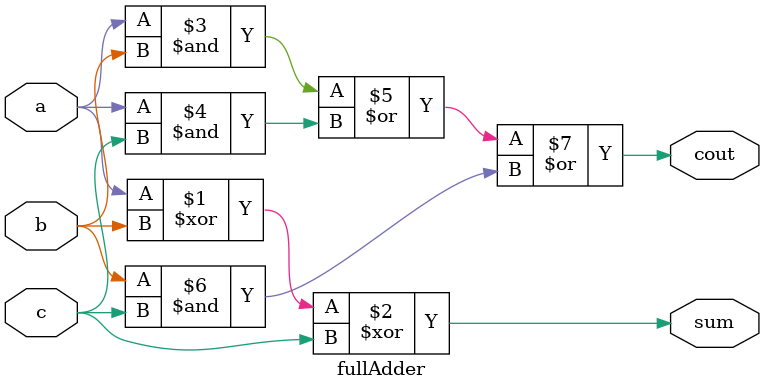
<source format=v>
`timescale 1ns / 1ps

module carry_prop_adder (
    input  [16:0] in1,
    input  [16:0] in2,
    output [16:0] sum
);
  wire [17:0] in3;
  assign in3[0] = 0;
  fullAdder fa0 (
      .a(in1[0]),
      .b(in2[0]),
      .c(in3[0]),
      .sum(sum[0]),
      .cout(in3[1])
  );
  fullAdder fa1 (
      .a(in1[1]),
      .b(in2[1]),
      .c(in3[1]),
      .sum(sum[1]),
      .cout(in3[2])
  );
  fullAdder fa2 (
      .a(in1[2]),
      .b(in2[2]),
      .c(in3[2]),
      .sum(sum[2]),
      .cout(in3[3])
  );
  fullAdder fa3 (
      .a(in1[3]),
      .b(in2[3]),
      .c(in3[3]),
      .sum(sum[3]),
      .cout(in3[4])
  );
  fullAdder fa4 (
      .a(in1[4]),
      .b(in2[4]),
      .c(in3[4]),
      .sum(sum[4]),
      .cout(in3[5])
  );
  fullAdder fa5 (
      .a(in1[5]),
      .b(in2[5]),
      .c(in3[5]),
      .sum(sum[5]),
      .cout(in3[6])
  );
  fullAdder fa6 (
      .a(in1[6]),
      .b(in2[6]),
      .c(in3[6]),
      .sum(sum[6]),
      .cout(in3[7])
  );
  fullAdder fa7 (
      .a(in1[7]),
      .b(in2[7]),
      .c(in3[7]),
      .sum(sum[7]),
      .cout(in3[8])
  );
  fullAdder fa8 (
      .a(in1[8]),
      .b(in2[8]),
      .c(in3[8]),
      .sum(sum[8]),
      .cout(in3[9])
  );
  fullAdder fa9 (
      .a(in1[9]),
      .b(in2[9]),
      .c(in3[9]),
      .sum(sum[9]),
      .cout(in3[10])
  );
  fullAdder fa10 (
      .a(in1[10]),
      .b(in2[10]),
      .c(in3[10]),
      .sum(sum[10]),
      .cout(in3[11])
  );
  fullAdder fa11 (
      .a(in1[11]),
      .b(in2[11]),
      .c(in3[11]),
      .sum(sum[11]),
      .cout(in3[12])
  );
  fullAdder fa12 (
      .a(in1[12]),
      .b(in2[12]),
      .c(in3[12]),
      .sum(sum[12]),
      .cout(in3[13])
  );
  fullAdder fa13 (
      .a(in1[13]),
      .b(in2[13]),
      .c(in3[13]),
      .sum(sum[13]),
      .cout(in3[14])
  );
  fullAdder fa14 (
      .a(in1[14]),
      .b(in2[14]),
      .c(in3[14]),
      .sum(sum[14]),
      .cout(in3[15])
  );
  fullAdder fa15 (
      .a(in1[15]),
      .b(in2[15]),
      .c(in3[15]),
      .sum(sum[15]),
      .cout(in3[16])
  );
  fullAdder fa16 (
      .a(in1[16]),
      .b(in2[16]),
      .c(in3[16]),
      .sum(sum[16]),
      .cout(in3[17])
  );
endmodule

module fullAdder (
    input  a,
    input  b,
    input  c,
    output sum,
    output cout
);
  assign sum  = a ^ b ^ c;
  assign cout = (a & b) | (a & c) | (b & c);
endmodule

</source>
